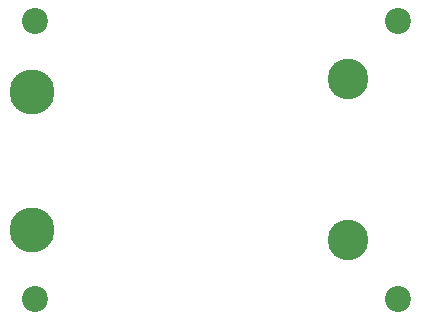
<source format=gbs>
%TF.GenerationSoftware,KiCad,Pcbnew,7.0.0-da2b9df05c~163~ubuntu22.04.1*%
%TF.CreationDate,2023-02-20T00:02:52+00:00*%
%TF.ProjectId,levelshifter,6c657665-6c73-4686-9966-7465722e6b69,rev?*%
%TF.SameCoordinates,Original*%
%TF.FileFunction,Soldermask,Bot*%
%TF.FilePolarity,Negative*%
%FSLAX46Y46*%
G04 Gerber Fmt 4.6, Leading zero omitted, Abs format (unit mm)*
G04 Created by KiCad (PCBNEW 7.0.0-da2b9df05c~163~ubuntu22.04.1) date 2023-02-20 00:02:52*
%MOMM*%
%LPD*%
G01*
G04 APERTURE LIST*
%ADD10C,0.001000*%
%ADD11C,3.438000*%
%ADD12C,3.800000*%
%ADD13C,2.200000*%
G04 APERTURE END LIST*
D10*
%TO.C,J2*%
X163186500Y-93876000D03*
X163186500Y-87076000D03*
D11*
X163186500Y-97276000D03*
X163186500Y-83676000D03*
%TD*%
D10*
%TO.C,J1*%
X136477000Y-88350000D03*
X136477000Y-92850000D03*
D12*
X136477000Y-84750000D03*
X136477000Y-96450000D03*
%TD*%
D13*
%TO.C,H2*%
X167400000Y-78700000D03*
%TD*%
%TO.C,H3*%
X136700000Y-102300000D03*
%TD*%
%TO.C,H4*%
X167400000Y-102300000D03*
%TD*%
%TO.C,H1*%
X136700000Y-78700000D03*
%TD*%
M02*

</source>
